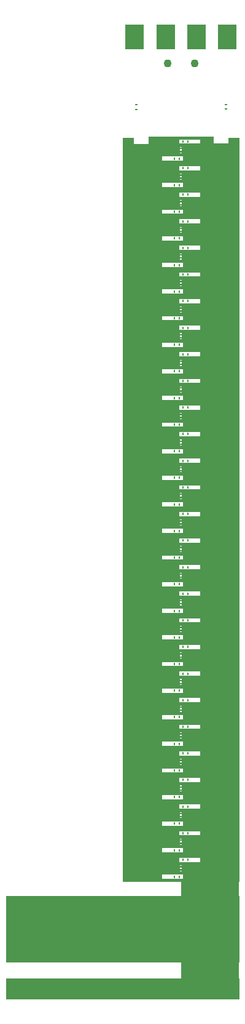
<source format=gbs>
G04*
G04 #@! TF.GenerationSoftware,Altium Limited,Altium Designer,25.3.3 (18)*
G04*
G04 Layer_Color=16711935*
%FSLAX25Y25*%
%MOIN*%
G70*
G04*
G04 #@! TF.SameCoordinates,601A9F49-DEDD-47AA-BEC0-E602D5E64D20*
G04*
G04*
G04 #@! TF.FilePolarity,Negative*
G04*
G01*
G75*
%ADD11R,0.01417X0.00866*%
%ADD13R,1.26805X0.36181*%
%ADD15R,1.26805X0.11811*%
%ADD20C,0.04343*%
%ADD22R,0.00898X0.00799*%
%ADD23R,0.00866X0.01417*%
%ADD24R,0.09970X0.11150*%
%ADD25R,0.06077X0.14964*%
%ADD26R,0.09843X0.13780*%
%ADD27R,0.06077X0.15964*%
%ADD28R,0.11500X0.17498*%
%ADD29R,0.31701X0.59000*%
G36*
X237305Y358253D02*
X237305D01*
Y343843D01*
X173902D01*
Y358253D01*
X173902D01*
Y372664D01*
X237305D01*
Y358253D01*
D02*
G37*
G36*
Y329432D02*
X237305D01*
Y315022D01*
X173902D01*
Y329432D01*
X173902D01*
Y343843D01*
X237305D01*
Y329432D01*
D02*
G37*
G36*
Y300611D02*
X237305D01*
Y286201D01*
Y271791D01*
Y257380D01*
Y242970D01*
Y228559D01*
Y214149D01*
Y199738D01*
X173902D01*
Y214149D01*
Y228559D01*
Y242970D01*
Y257380D01*
Y271791D01*
Y286201D01*
Y300611D01*
X173902D01*
Y315022D01*
X237305D01*
Y300611D01*
D02*
G37*
G36*
Y185328D02*
Y170917D01*
X173902D01*
Y185328D01*
Y199738D01*
X237305D01*
Y185328D01*
D02*
G37*
G36*
X237305Y459127D02*
Y444716D01*
Y430306D01*
Y415895D01*
Y401485D01*
Y387074D01*
Y372664D01*
X173902D01*
Y387074D01*
Y401485D01*
Y415895D01*
Y430306D01*
Y444716D01*
Y459127D01*
Y473537D01*
X237305D01*
Y459127D01*
D02*
G37*
G36*
X223203Y560000D02*
X237305D01*
Y545589D01*
Y531179D01*
Y516768D01*
Y502358D01*
Y487947D01*
Y473537D01*
X173902D01*
Y487947D01*
Y502358D01*
Y516768D01*
Y531179D01*
Y545589D01*
Y560000D01*
X188004D01*
Y574410D01*
X223203D01*
Y560000D01*
D02*
G37*
%LPC*%
G36*
X216024Y371205D02*
X204496D01*
Y368936D01*
X216024D01*
Y371205D01*
D02*
G37*
G36*
X205123Y367100D02*
Y366707D01*
X206040D01*
Y367100D01*
X205123D01*
D02*
G37*
G36*
X206032Y365907D02*
X205135D01*
Y365010D01*
X206032D01*
Y365907D01*
D02*
G37*
G36*
X205123Y364207D02*
Y363813D01*
X206040D01*
Y364207D01*
X205123D01*
D02*
G37*
G36*
X206712Y361981D02*
X195183D01*
Y359712D01*
X206712D01*
Y361981D01*
D02*
G37*
G36*
X216024Y356794D02*
X204496D01*
Y354526D01*
X216024D01*
Y356794D01*
D02*
G37*
G36*
X205123Y352690D02*
Y352296D01*
X206040D01*
Y352690D01*
X205123D01*
D02*
G37*
G36*
X206032Y351497D02*
X205135D01*
Y350600D01*
X206032D01*
Y351497D01*
D02*
G37*
G36*
X205123Y349796D02*
Y349402D01*
X206040D01*
Y349796D01*
X205123D01*
D02*
G37*
G36*
X206712Y347570D02*
X195183D01*
Y345302D01*
X206712D01*
Y347570D01*
D02*
G37*
G36*
X216024Y342384D02*
X204496D01*
Y340115D01*
X216024D01*
Y342384D01*
D02*
G37*
G36*
X205123Y338279D02*
Y337886D01*
X206040D01*
Y338279D01*
X205123D01*
D02*
G37*
G36*
X206032Y337086D02*
X205135D01*
Y336189D01*
X206032D01*
Y337086D01*
D02*
G37*
G36*
X205123Y335386D02*
Y334992D01*
X206040D01*
Y335386D01*
X205123D01*
D02*
G37*
G36*
X206712Y333160D02*
X195183D01*
Y330891D01*
X206712D01*
Y333160D01*
D02*
G37*
G36*
X216024Y327974D02*
X204496D01*
Y325705D01*
X216024D01*
Y327974D01*
D02*
G37*
G36*
X205123Y323869D02*
Y323475D01*
X206040D01*
Y323869D01*
X205123D01*
D02*
G37*
G36*
X206032Y322676D02*
X205135D01*
Y321779D01*
X206032D01*
Y322676D01*
D02*
G37*
G36*
X205123Y320975D02*
Y320582D01*
X206040D01*
Y320975D01*
X205123D01*
D02*
G37*
G36*
X206712Y318749D02*
X195183D01*
Y316481D01*
X206712D01*
Y318749D01*
D02*
G37*
G36*
X216024Y313563D02*
X204496D01*
Y311295D01*
X216024D01*
Y313563D01*
D02*
G37*
G36*
X205123Y309458D02*
Y309065D01*
X206040D01*
Y309458D01*
X205123D01*
D02*
G37*
G36*
X206032Y308265D02*
X205135D01*
Y307368D01*
X206032D01*
Y308265D01*
D02*
G37*
G36*
X205123Y306565D02*
Y306171D01*
X206040D01*
Y306565D01*
X205123D01*
D02*
G37*
G36*
X206712Y304339D02*
X195183D01*
Y302070D01*
X206712D01*
Y304339D01*
D02*
G37*
G36*
X216024Y299152D02*
X204496D01*
Y296884D01*
X216024D01*
Y299152D01*
D02*
G37*
G36*
X205123Y295048D02*
Y294654D01*
X206040D01*
Y295048D01*
X205123D01*
D02*
G37*
G36*
X206032Y293855D02*
X205135D01*
Y292958D01*
X206032D01*
Y293855D01*
D02*
G37*
G36*
X205123Y292154D02*
Y291761D01*
X206040D01*
Y292154D01*
X205123D01*
D02*
G37*
G36*
X206712Y289928D02*
X195183D01*
Y287660D01*
X206712D01*
Y289928D01*
D02*
G37*
G36*
X216024Y284742D02*
X204496D01*
Y282474D01*
X216024D01*
Y284742D01*
D02*
G37*
G36*
X205123Y280638D02*
Y280244D01*
X206040D01*
Y280638D01*
X205123D01*
D02*
G37*
G36*
X206032Y279445D02*
X205135D01*
Y278547D01*
X206032D01*
Y279445D01*
D02*
G37*
G36*
X205123Y277744D02*
Y277350D01*
X206040D01*
Y277744D01*
X205123D01*
D02*
G37*
G36*
X206712Y275518D02*
X195183D01*
Y273250D01*
X206712D01*
Y275518D01*
D02*
G37*
G36*
X216024Y270332D02*
X204496D01*
Y268063D01*
X216024D01*
Y270332D01*
D02*
G37*
G36*
X205123Y266227D02*
Y265833D01*
X206040D01*
Y266227D01*
X205123D01*
D02*
G37*
G36*
X206032Y265034D02*
X205135D01*
Y264137D01*
X206032D01*
Y265034D01*
D02*
G37*
G36*
X205123Y263333D02*
Y262940D01*
X206040D01*
Y263333D01*
X205123D01*
D02*
G37*
G36*
X206712Y261107D02*
X195183D01*
Y258839D01*
X206712D01*
Y261107D01*
D02*
G37*
G36*
X216024Y255921D02*
X204496D01*
Y253653D01*
X216024D01*
Y255921D01*
D02*
G37*
G36*
X205123Y251817D02*
Y251423D01*
X206040D01*
Y251817D01*
X205123D01*
D02*
G37*
G36*
X206032Y250624D02*
X205135D01*
Y249727D01*
X206032D01*
Y250624D01*
D02*
G37*
G36*
X205123Y248923D02*
Y248529D01*
X206040D01*
Y248923D01*
X205123D01*
D02*
G37*
G36*
X206712Y246697D02*
X195183D01*
Y244428D01*
X206712D01*
Y246697D01*
D02*
G37*
G36*
X216024Y241511D02*
X204496D01*
Y239242D01*
X216024D01*
Y241511D01*
D02*
G37*
G36*
X205123Y237406D02*
Y237012D01*
X206040D01*
Y237406D01*
X205123D01*
D02*
G37*
G36*
X206032Y236213D02*
X205135D01*
Y235316D01*
X206032D01*
Y236213D01*
D02*
G37*
G36*
X205123Y234512D02*
Y234119D01*
X206040D01*
Y234512D01*
X205123D01*
D02*
G37*
G36*
X206712Y232287D02*
X195183D01*
Y230018D01*
X206712D01*
Y232287D01*
D02*
G37*
G36*
X216024Y227100D02*
X204496D01*
Y224832D01*
X216024D01*
Y227100D01*
D02*
G37*
G36*
X205123Y222996D02*
Y222602D01*
X206040D01*
Y222996D01*
X205123D01*
D02*
G37*
G36*
X206032Y221803D02*
X205135D01*
Y220906D01*
X206032D01*
Y221803D01*
D02*
G37*
G36*
X205123Y220102D02*
Y219708D01*
X206040D01*
Y220102D01*
X205123D01*
D02*
G37*
G36*
X206712Y217876D02*
X195183D01*
Y215608D01*
X206712D01*
Y217876D01*
D02*
G37*
G36*
X216024Y212690D02*
X204496D01*
Y210421D01*
X216024D01*
Y212690D01*
D02*
G37*
G36*
X205123Y208585D02*
Y208191D01*
X206040D01*
Y208585D01*
X205123D01*
D02*
G37*
G36*
X206032Y207392D02*
X205135D01*
Y206495D01*
X206032D01*
Y207392D01*
D02*
G37*
G36*
X205123Y205692D02*
Y205298D01*
X206040D01*
Y205692D01*
X205123D01*
D02*
G37*
G36*
X206712Y203466D02*
X195183D01*
Y201197D01*
X206712D01*
Y203466D01*
D02*
G37*
G36*
X216024Y198279D02*
X204496D01*
Y196011D01*
X216024D01*
Y198279D01*
D02*
G37*
G36*
X205123Y194175D02*
Y193781D01*
X206040D01*
Y194175D01*
X205123D01*
D02*
G37*
G36*
X206032Y192982D02*
X205135D01*
Y192085D01*
X206032D01*
Y192982D01*
D02*
G37*
G36*
X205123Y191281D02*
Y190887D01*
X206040D01*
Y191281D01*
X205123D01*
D02*
G37*
G36*
X206712Y189055D02*
X195183D01*
Y186787D01*
X206712D01*
Y189055D01*
D02*
G37*
G36*
X216024Y183869D02*
X204496D01*
Y181600D01*
X216024D01*
Y183869D01*
D02*
G37*
G36*
X205123Y179764D02*
Y179371D01*
X206040D01*
Y179764D01*
X205123D01*
D02*
G37*
G36*
X206032Y178571D02*
X205135D01*
Y177674D01*
X206032D01*
Y178571D01*
D02*
G37*
G36*
X205123Y176871D02*
Y176477D01*
X206040D01*
Y176871D01*
X205123D01*
D02*
G37*
G36*
X206712Y174645D02*
X195183D01*
Y172376D01*
X206712D01*
Y174645D01*
D02*
G37*
G36*
X216024Y472078D02*
X204496D01*
Y469809D01*
X216024D01*
Y472078D01*
D02*
G37*
G36*
X205123Y467974D02*
Y467580D01*
X206040D01*
Y467974D01*
X205123D01*
D02*
G37*
G36*
X206032Y466781D02*
X205135D01*
Y465883D01*
X206032D01*
Y466781D01*
D02*
G37*
G36*
X205123Y465080D02*
Y464686D01*
X206040D01*
Y465080D01*
X205123D01*
D02*
G37*
G36*
X206712Y462854D02*
X195183D01*
Y460585D01*
X206712D01*
Y462854D01*
D02*
G37*
G36*
X216024Y457668D02*
X204496D01*
Y455399D01*
X216024D01*
Y457668D01*
D02*
G37*
G36*
X205123Y453563D02*
Y453169D01*
X206040D01*
Y453563D01*
X205123D01*
D02*
G37*
G36*
X206032Y452370D02*
X205135D01*
Y451473D01*
X206032D01*
Y452370D01*
D02*
G37*
G36*
X205123Y450669D02*
Y450276D01*
X206040D01*
Y450669D01*
X205123D01*
D02*
G37*
G36*
X206712Y448444D02*
X195183D01*
Y446175D01*
X206712D01*
Y448444D01*
D02*
G37*
G36*
X216024Y443257D02*
X204496D01*
Y440989D01*
X216024D01*
Y443257D01*
D02*
G37*
G36*
X205123Y439153D02*
Y438759D01*
X206040D01*
Y439153D01*
X205123D01*
D02*
G37*
G36*
X206032Y437960D02*
X205135D01*
Y437063D01*
X206032D01*
Y437960D01*
D02*
G37*
G36*
X205123Y436259D02*
Y435865D01*
X206040D01*
Y436259D01*
X205123D01*
D02*
G37*
G36*
X206712Y434033D02*
X195183D01*
Y431765D01*
X206712D01*
Y434033D01*
D02*
G37*
G36*
X216024Y428847D02*
X204496D01*
Y426578D01*
X216024D01*
Y428847D01*
D02*
G37*
G36*
X205123Y424742D02*
Y424348D01*
X206040D01*
Y424742D01*
X205123D01*
D02*
G37*
G36*
X206032Y423549D02*
X205135D01*
Y422652D01*
X206032D01*
Y423549D01*
D02*
G37*
G36*
X205123Y421848D02*
Y421455D01*
X206040D01*
Y421848D01*
X205123D01*
D02*
G37*
G36*
X206712Y419623D02*
X195183D01*
Y417354D01*
X206712D01*
Y419623D01*
D02*
G37*
G36*
X216024Y414436D02*
X204496D01*
Y412168D01*
X216024D01*
Y414436D01*
D02*
G37*
G36*
X205123Y410332D02*
Y409938D01*
X206040D01*
Y410332D01*
X205123D01*
D02*
G37*
G36*
X206032Y409139D02*
X205135D01*
Y408242D01*
X206032D01*
Y409139D01*
D02*
G37*
G36*
X205123Y407438D02*
Y407044D01*
X206040D01*
Y407438D01*
X205123D01*
D02*
G37*
G36*
X206712Y405212D02*
X195183D01*
Y402944D01*
X206712D01*
Y405212D01*
D02*
G37*
G36*
X216024Y400026D02*
X204496D01*
Y397757D01*
X216024D01*
Y400026D01*
D02*
G37*
G36*
X205123Y395921D02*
Y395528D01*
X206040D01*
Y395921D01*
X205123D01*
D02*
G37*
G36*
X206032Y394728D02*
X205135D01*
Y393831D01*
X206032D01*
Y394728D01*
D02*
G37*
G36*
X205123Y393027D02*
Y392634D01*
X206040D01*
Y393027D01*
X205123D01*
D02*
G37*
G36*
X206712Y390802D02*
X195183D01*
Y388533D01*
X206712D01*
Y390802D01*
D02*
G37*
G36*
X216024Y385615D02*
X204496D01*
Y383347D01*
X216024D01*
Y385615D01*
D02*
G37*
G36*
X205123Y381511D02*
Y381117D01*
X206040D01*
Y381511D01*
X205123D01*
D02*
G37*
G36*
X206032Y380318D02*
X205135D01*
Y379421D01*
X206032D01*
Y380318D01*
D02*
G37*
G36*
X205123Y378617D02*
Y378223D01*
X206040D01*
Y378617D01*
X205123D01*
D02*
G37*
G36*
X206712Y376391D02*
X195183D01*
Y374123D01*
X206712D01*
Y376391D01*
D02*
G37*
G36*
X216028Y572951D02*
X204500D01*
Y570683D01*
X216028D01*
Y572951D01*
D02*
G37*
G36*
X205128Y568847D02*
Y568453D01*
X206045D01*
Y568847D01*
X205128D01*
D02*
G37*
G36*
X206037Y567654D02*
X205139D01*
Y566757D01*
X206037D01*
Y567654D01*
D02*
G37*
G36*
X205128Y565953D02*
Y565559D01*
X206045D01*
Y565953D01*
X205128D01*
D02*
G37*
G36*
X206716Y563727D02*
X195188D01*
Y561459D01*
X206716D01*
Y563727D01*
D02*
G37*
G36*
X216024Y558541D02*
X204496D01*
Y556272D01*
X216024D01*
Y558541D01*
D02*
G37*
G36*
X205123Y554436D02*
Y554042D01*
X206040D01*
Y554436D01*
X205123D01*
D02*
G37*
G36*
X206032Y553243D02*
X205135D01*
Y552346D01*
X206032D01*
Y553243D01*
D02*
G37*
G36*
X205123Y551543D02*
Y551149D01*
X206040D01*
Y551543D01*
X205123D01*
D02*
G37*
G36*
X206712Y549317D02*
X195183D01*
Y547048D01*
X206712D01*
Y549317D01*
D02*
G37*
G36*
X216024Y544130D02*
X204496D01*
Y541862D01*
X216024D01*
Y544130D01*
D02*
G37*
G36*
X205123Y540026D02*
Y539632D01*
X206040D01*
Y540026D01*
X205123D01*
D02*
G37*
G36*
X206032Y538833D02*
X205135D01*
Y537936D01*
X206032D01*
Y538833D01*
D02*
G37*
G36*
X205123Y537132D02*
Y536738D01*
X206040D01*
Y537132D01*
X205123D01*
D02*
G37*
G36*
X206712Y534906D02*
X195183D01*
Y532638D01*
X206712D01*
Y534906D01*
D02*
G37*
G36*
X216024Y529720D02*
X204496D01*
Y527451D01*
X216024D01*
Y529720D01*
D02*
G37*
G36*
X205123Y525615D02*
Y525222D01*
X206040D01*
Y525615D01*
X205123D01*
D02*
G37*
G36*
X206032Y524422D02*
X205135D01*
Y523525D01*
X206032D01*
Y524422D01*
D02*
G37*
G36*
X205123Y522722D02*
Y522328D01*
X206040D01*
Y522722D01*
X205123D01*
D02*
G37*
G36*
X206712Y520496D02*
X195183D01*
Y518227D01*
X206712D01*
Y520496D01*
D02*
G37*
G36*
X216024Y515309D02*
X204496D01*
Y513041D01*
X216024D01*
Y515309D01*
D02*
G37*
G36*
X205123Y511205D02*
Y510811D01*
X206040D01*
Y511205D01*
X205123D01*
D02*
G37*
G36*
X206032Y510012D02*
X205135D01*
Y509115D01*
X206032D01*
Y510012D01*
D02*
G37*
G36*
X205123Y508311D02*
Y507917D01*
X206040D01*
Y508311D01*
X205123D01*
D02*
G37*
G36*
X206712Y506085D02*
X195183D01*
Y503817D01*
X206712D01*
Y506085D01*
D02*
G37*
G36*
X216024Y500899D02*
X204496D01*
Y498631D01*
X216024D01*
Y500899D01*
D02*
G37*
G36*
X205123Y496794D02*
Y496401D01*
X206040D01*
Y496794D01*
X205123D01*
D02*
G37*
G36*
X206032Y495602D02*
X205135D01*
Y494704D01*
X206032D01*
Y495602D01*
D02*
G37*
G36*
X205123Y493901D02*
Y493507D01*
X206040D01*
Y493901D01*
X205123D01*
D02*
G37*
G36*
X206712Y491675D02*
X195183D01*
Y489406D01*
X206712D01*
Y491675D01*
D02*
G37*
G36*
X216024Y486488D02*
X204496D01*
Y484220D01*
X216024D01*
Y486488D01*
D02*
G37*
G36*
X205123Y482384D02*
Y481990D01*
X206040D01*
Y482384D01*
X205123D01*
D02*
G37*
G36*
X206032Y481191D02*
X205135D01*
Y480294D01*
X206032D01*
Y481191D01*
D02*
G37*
G36*
X205123Y479490D02*
Y479097D01*
X206040D01*
Y479490D01*
X205123D01*
D02*
G37*
G36*
X206712Y477264D02*
X195183D01*
Y474996D01*
X206712D01*
Y477264D01*
D02*
G37*
%LPD*%
D11*
X229885Y589415D02*
D03*
Y591896D02*
D03*
X181307Y589266D02*
D03*
Y591747D02*
D03*
D13*
X173902Y145258D02*
D03*
D15*
Y112906D02*
D03*
D20*
X213037Y613980D02*
D03*
X198185D02*
D03*
D22*
X205604Y566357D02*
D03*
Y568053D02*
D03*
Y551946D02*
D03*
Y553643D02*
D03*
Y537536D02*
D03*
Y539232D02*
D03*
Y523125D02*
D03*
Y524822D02*
D03*
Y508715D02*
D03*
Y510412D02*
D03*
Y494304D02*
D03*
Y496001D02*
D03*
Y479894D02*
D03*
Y481591D02*
D03*
Y465483D02*
D03*
Y467180D02*
D03*
Y451073D02*
D03*
Y452770D02*
D03*
Y436662D02*
D03*
Y438359D02*
D03*
Y422252D02*
D03*
Y423949D02*
D03*
Y407841D02*
D03*
Y409538D02*
D03*
Y393431D02*
D03*
Y395128D02*
D03*
Y379021D02*
D03*
Y380717D02*
D03*
Y364610D02*
D03*
Y366307D02*
D03*
X205604Y350200D02*
D03*
Y351897D02*
D03*
Y335789D02*
D03*
Y337486D02*
D03*
X205604Y321379D02*
D03*
Y323076D02*
D03*
Y306968D02*
D03*
Y308665D02*
D03*
Y292558D02*
D03*
Y294255D02*
D03*
X205604Y278147D02*
D03*
Y279844D02*
D03*
X205604Y263737D02*
D03*
Y265434D02*
D03*
X205604Y249326D02*
D03*
Y251023D02*
D03*
Y234916D02*
D03*
Y236613D02*
D03*
Y220505D02*
D03*
Y222202D02*
D03*
X205604Y206095D02*
D03*
Y207792D02*
D03*
Y191685D02*
D03*
Y193381D02*
D03*
Y177274D02*
D03*
Y178971D02*
D03*
D23*
X202022Y562593D02*
D03*
X204502D02*
D03*
X206705Y571817D02*
D03*
X209185D02*
D03*
X202022Y548182D02*
D03*
X204502D02*
D03*
X206705Y557407D02*
D03*
X209185D02*
D03*
X202022Y533772D02*
D03*
X204502D02*
D03*
X206705Y542996D02*
D03*
X209185D02*
D03*
X202022Y519361D02*
D03*
X204502D02*
D03*
X206705Y528586D02*
D03*
X209185D02*
D03*
X202022Y504951D02*
D03*
X204502D02*
D03*
X206705Y514175D02*
D03*
X209185D02*
D03*
X202022Y490541D02*
D03*
X204502D02*
D03*
X206705Y499765D02*
D03*
X209185D02*
D03*
X202022Y476130D02*
D03*
X204502D02*
D03*
X206705Y485354D02*
D03*
X209185D02*
D03*
X202022Y461720D02*
D03*
X204502D02*
D03*
X206705Y470944D02*
D03*
X209185D02*
D03*
X202022Y447309D02*
D03*
X204502D02*
D03*
X206705Y456533D02*
D03*
X209185D02*
D03*
X202022Y432899D02*
D03*
X204502D02*
D03*
X206705Y442123D02*
D03*
X209185D02*
D03*
X202022Y418488D02*
D03*
X204502D02*
D03*
X206705Y427712D02*
D03*
X209185D02*
D03*
X202022Y404078D02*
D03*
X204502D02*
D03*
X206705Y413302D02*
D03*
X209185D02*
D03*
X202022Y389667D02*
D03*
X204502D02*
D03*
X206705Y398891D02*
D03*
X209185D02*
D03*
X202022Y375257D02*
D03*
X204502D02*
D03*
X206705Y384481D02*
D03*
X209185D02*
D03*
X202022Y360846D02*
D03*
X204502D02*
D03*
X206705Y370071D02*
D03*
X209185D02*
D03*
X202022Y346436D02*
D03*
X204502D02*
D03*
X206705Y355660D02*
D03*
X209185D02*
D03*
X202022Y332026D02*
D03*
X204502D02*
D03*
X206705Y341250D02*
D03*
X209185D02*
D03*
X202022Y317615D02*
D03*
X204502D02*
D03*
X206705Y326839D02*
D03*
X209185D02*
D03*
X202022Y303205D02*
D03*
X204502D02*
D03*
X206705Y312429D02*
D03*
X209185D02*
D03*
X202022Y288794D02*
D03*
X204502D02*
D03*
X206705Y298018D02*
D03*
X209185D02*
D03*
X202022Y274384D02*
D03*
X204502D02*
D03*
X206705Y283608D02*
D03*
X209185D02*
D03*
X202022Y259973D02*
D03*
X204502D02*
D03*
X206705Y269197D02*
D03*
X209185D02*
D03*
X202022Y245563D02*
D03*
X204502D02*
D03*
X206705Y254787D02*
D03*
X209185D02*
D03*
X202022Y231152D02*
D03*
X204502D02*
D03*
X206705Y240376D02*
D03*
X209185D02*
D03*
X202022Y216742D02*
D03*
X204502D02*
D03*
X206705Y225966D02*
D03*
X209185D02*
D03*
X202022Y202331D02*
D03*
X204502D02*
D03*
X206705Y211556D02*
D03*
X209185D02*
D03*
X202022Y187921D02*
D03*
X204502D02*
D03*
X206705Y197145D02*
D03*
X209185D02*
D03*
X202022Y173511D02*
D03*
X204502D02*
D03*
X206705Y182735D02*
D03*
X209185D02*
D03*
D24*
X183985Y565180D02*
D03*
D25*
X176941Y566441D02*
D03*
D26*
X197202Y628313D02*
D03*
X180398D02*
D03*
X230809D02*
D03*
X214005D02*
D03*
D27*
X234266Y565941D02*
D03*
D28*
X227580Y562026D02*
D03*
D29*
X221454Y142257D02*
D03*
M02*

</source>
